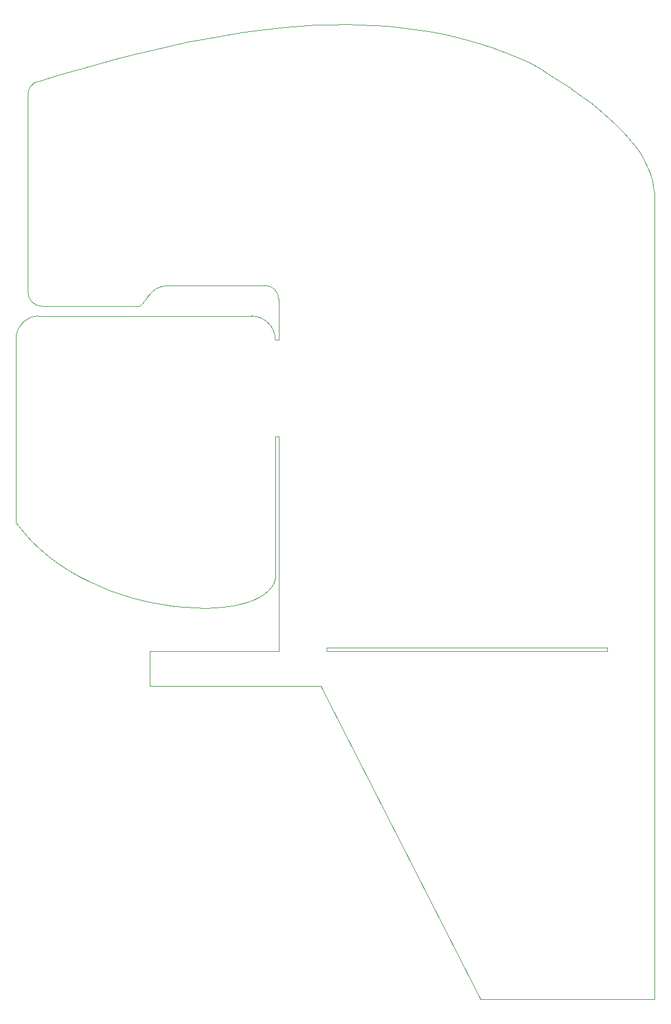
<source format=gbr>
%TF.GenerationSoftware,KiCad,Pcbnew,5.1.8*%
%TF.CreationDate,2020-12-03T05:05:08-06:00*%
%TF.ProjectId,fistion,66697374-696f-46e2-9e6b-696361645f70,rev?*%
%TF.SameCoordinates,Original*%
%TF.FileFunction,Profile,NP*%
%FSLAX46Y46*%
G04 Gerber Fmt 4.6, Leading zero omitted, Abs format (unit mm)*
G04 Created by KiCad (PCBNEW 5.1.8) date 2020-12-03 05:05:08*
%MOMM*%
%LPD*%
G01*
G04 APERTURE LIST*
%TA.AperFunction,Profile*%
%ADD10C,0.050000*%
%TD*%
G04 APERTURE END LIST*
D10*
X105500000Y-99700000D02*
X105484674Y-100415844D01*
X105484674Y-100415844D02*
X105312939Y-101081445D01*
X105312939Y-101081445D02*
X104993035Y-101695776D01*
X104993035Y-101695776D02*
X104533203Y-102257812D01*
X104533203Y-102257812D02*
X103941680Y-102766528D01*
X103941680Y-102766528D02*
X103226708Y-103220898D01*
X103226708Y-103220898D02*
X102396527Y-103619897D01*
X102396527Y-103619897D02*
X101459375Y-103962500D01*
X101459375Y-103962500D02*
X100423492Y-104247680D01*
X100423492Y-104247680D02*
X99297119Y-104474414D01*
X99297119Y-104474414D02*
X98088494Y-104641674D01*
X98088494Y-104641674D02*
X96805859Y-104748437D01*
X96805859Y-104748437D02*
X95457452Y-104793676D01*
X95457452Y-104793676D02*
X94051513Y-104776367D01*
X94051513Y-104776367D02*
X92596282Y-104695483D01*
X92596282Y-104695483D02*
X91100000Y-104550000D01*
X91100000Y-104550000D02*
X89570904Y-104338891D01*
X89570904Y-104338891D02*
X88017236Y-104061132D01*
X88017236Y-104061132D02*
X86447235Y-103715698D01*
X86447235Y-103715698D02*
X84869140Y-103301562D01*
X84869140Y-103301562D02*
X83291192Y-102817700D01*
X83291192Y-102817700D02*
X81721630Y-102263085D01*
X81721630Y-102263085D02*
X80168695Y-101636694D01*
X80168695Y-101636694D02*
X78640625Y-100937500D01*
X78640625Y-100937500D02*
X77145660Y-100164477D01*
X77145660Y-100164477D02*
X75692041Y-99316601D01*
X75692041Y-99316601D02*
X74288006Y-98392846D01*
X74288006Y-98392846D02*
X72941796Y-97392187D01*
X72941796Y-97392187D02*
X71661651Y-96313598D01*
X71661651Y-96313598D02*
X70455810Y-95156054D01*
X70455810Y-95156054D02*
X69332513Y-93918530D01*
X69332513Y-93918530D02*
X68300000Y-92600000D01*
X68300000Y-66100000D02*
G75*
G02*
X71500000Y-62900000I3200000J0D01*
G01*
X112900000Y-111000000D02*
X112900000Y-110500000D01*
X153200000Y-111000000D02*
X153200000Y-110500000D01*
X105500000Y-66300000D02*
X106000000Y-66300000D01*
X68300000Y-66100000D02*
X68300000Y-92600000D01*
X85700000Y-61500000D02*
X85818206Y-61491394D01*
X85818206Y-61491394D02*
X85929638Y-61466308D01*
X85929638Y-61466308D02*
X86035137Y-61425842D01*
X86035137Y-61425842D02*
X86135546Y-61371093D01*
X86135546Y-61371093D02*
X86231707Y-61303161D01*
X86231707Y-61303161D02*
X86324462Y-61223144D01*
X86324462Y-61223144D02*
X86414654Y-61132141D01*
X86414654Y-61132141D02*
X86503125Y-61031250D01*
X86503125Y-61031250D02*
X86590716Y-60921569D01*
X86590716Y-60921569D02*
X86678271Y-60804199D01*
X86678271Y-60804199D02*
X86766632Y-60680236D01*
X86766632Y-60680236D02*
X86856640Y-60550781D01*
X86856640Y-60550781D02*
X86949139Y-60416931D01*
X86949139Y-60416931D02*
X87044970Y-60279785D01*
X87044970Y-60279785D02*
X87144976Y-60140441D01*
X87144976Y-60140441D02*
X87250000Y-60000000D01*
X87250000Y-60000000D02*
X87360882Y-59859558D01*
X87360882Y-59859558D02*
X87478466Y-59720214D01*
X87478466Y-59720214D02*
X87603594Y-59583068D01*
X87603594Y-59583068D02*
X87737109Y-59449218D01*
X87737109Y-59449218D02*
X87879852Y-59319763D01*
X87879852Y-59319763D02*
X88032666Y-59195800D01*
X88032666Y-59195800D02*
X88196392Y-59078430D01*
X88196392Y-59078430D02*
X88371875Y-58968750D01*
X88371875Y-58968750D02*
X88559954Y-58867858D01*
X88559954Y-58867858D02*
X88761474Y-58776855D01*
X88761474Y-58776855D02*
X88977276Y-58696838D01*
X88977276Y-58696838D02*
X89208203Y-58628906D01*
X89208203Y-58628906D02*
X89455096Y-58574157D01*
X89455096Y-58574157D02*
X89718798Y-58533691D01*
X89718798Y-58533691D02*
X90000152Y-58508605D01*
X90000152Y-58508605D02*
X90300000Y-58500000D01*
X160000000Y-46500000D02*
X159994909Y-46091549D01*
X159994909Y-46091549D02*
X159978027Y-45672241D01*
X159978027Y-45672241D02*
X159946936Y-45241763D01*
X159946936Y-45241763D02*
X159899218Y-44799804D01*
X159899218Y-44799804D02*
X159832458Y-44346054D01*
X159832458Y-44346054D02*
X159744238Y-43880200D01*
X159744238Y-43880200D02*
X159632141Y-43401931D01*
X159632141Y-43401931D02*
X159493750Y-42910937D01*
X159493750Y-42910937D02*
X159326647Y-42406906D01*
X159326647Y-42406906D02*
X159128417Y-41889526D01*
X159128417Y-41889526D02*
X158896643Y-41358486D01*
X158896643Y-41358486D02*
X158628906Y-40813476D01*
X158628906Y-40813476D02*
X158322790Y-40254183D01*
X158322790Y-40254183D02*
X157975878Y-39680297D01*
X157975878Y-39680297D02*
X157585754Y-39091506D01*
X157585754Y-39091506D02*
X157150000Y-38487500D01*
X157150000Y-38487500D02*
X156666198Y-37867965D01*
X156666198Y-37867965D02*
X156131933Y-37232592D01*
X156131933Y-37232592D02*
X155544787Y-36581069D01*
X155544787Y-36581069D02*
X154902343Y-35913085D01*
X154902343Y-35913085D02*
X154202185Y-35228329D01*
X154202185Y-35228329D02*
X153441894Y-34526489D01*
X153441894Y-34526489D02*
X152619055Y-33807254D01*
X152619055Y-33807254D02*
X151731250Y-33070312D01*
X151731250Y-33070312D02*
X150776062Y-32315353D01*
X150776062Y-32315353D02*
X149751074Y-31542065D01*
X149751074Y-31542065D02*
X148653869Y-30750137D01*
X148653869Y-30750137D02*
X147482031Y-29939257D01*
X147482031Y-29939257D02*
X146233142Y-29109115D01*
X146233142Y-29109115D02*
X144904785Y-28259399D01*
X144904785Y-28259399D02*
X143494543Y-27389797D01*
X143494543Y-27389797D02*
X142000000Y-26500000D01*
X71464688Y-29200000D02*
X74327481Y-28332583D01*
X74327481Y-28332583D02*
X77135088Y-27511840D01*
X77135088Y-27511840D02*
X79888777Y-26738156D01*
X79888777Y-26738156D02*
X82589820Y-26011914D01*
X82589820Y-26011914D02*
X85239485Y-25333499D01*
X85239485Y-25333499D02*
X87839042Y-24703295D01*
X87839042Y-24703295D02*
X90389762Y-24121688D01*
X90389762Y-24121688D02*
X92892915Y-23589062D01*
X92892915Y-23589062D02*
X95349769Y-23105801D01*
X95349769Y-23105801D02*
X97761596Y-22672290D01*
X97761596Y-22672290D02*
X100129665Y-22288912D01*
X100129665Y-22288912D02*
X102455246Y-21956054D01*
X102455246Y-21956054D02*
X104739608Y-21674099D01*
X104739608Y-21674099D02*
X106984022Y-21443432D01*
X106984022Y-21443432D02*
X109189758Y-21264437D01*
X109189758Y-21264437D02*
X111358086Y-21137500D01*
X111358086Y-21137500D02*
X113490274Y-21063003D01*
X113490274Y-21063003D02*
X115587594Y-21041333D01*
X115587594Y-21041333D02*
X117651315Y-21072872D01*
X117651315Y-21072872D02*
X119682708Y-21158007D01*
X119682708Y-21158007D02*
X121683041Y-21297122D01*
X121683041Y-21297122D02*
X123653585Y-21490600D01*
X123653585Y-21490600D02*
X125595610Y-21738827D01*
X125595610Y-21738827D02*
X127510385Y-22042187D01*
X127510385Y-22042187D02*
X129399181Y-22401065D01*
X129399181Y-22401065D02*
X131263268Y-22815844D01*
X131263268Y-22815844D02*
X133103914Y-23286911D01*
X133103914Y-23286911D02*
X134922391Y-23814648D01*
X134922391Y-23814648D02*
X136719969Y-24399441D01*
X136719969Y-24399441D02*
X138497916Y-25041674D01*
X138497916Y-25041674D02*
X140257503Y-25741732D01*
X140257503Y-25741732D02*
X142000000Y-26500000D01*
X106000000Y-66300000D02*
X106000000Y-60500000D01*
X105500000Y-80200000D02*
X106000000Y-80200000D01*
X70000000Y-31100000D02*
G75*
G02*
X71464688Y-29200000I1964688J0D01*
G01*
X105500000Y-66300000D02*
G75*
G03*
X102100000Y-62900000I-3400000J0D01*
G01*
X71500000Y-62900000D02*
X102100000Y-62900000D01*
X104000000Y-58500000D02*
G75*
G02*
X106000000Y-60500000I0J-2000000D01*
G01*
X72000000Y-61500000D02*
G75*
G02*
X70000000Y-59500000I0J2000000D01*
G01*
X87500000Y-111000000D02*
X106000000Y-111000000D01*
X112900000Y-110500000D02*
X153200000Y-110500000D01*
X105500000Y-80200000D02*
X105500000Y-99700000D01*
X112900000Y-111000000D02*
X153200000Y-111000000D01*
X160000000Y-111000000D02*
X160000000Y-161000000D01*
X72000000Y-61500000D02*
X85700000Y-61500000D01*
X70000000Y-31100000D02*
X70000000Y-59500000D01*
X160000000Y-111000000D02*
X160000000Y-46500000D01*
X104000000Y-58500000D02*
X90300000Y-58500000D01*
X106000000Y-111000000D02*
X106000000Y-80200000D01*
X112000000Y-116000000D02*
X135000000Y-161000000D01*
X87500000Y-116000000D02*
X112000000Y-116000000D01*
X87500000Y-111000000D02*
X87500000Y-116000000D01*
X135000000Y-161000000D02*
X160000000Y-161000000D01*
M02*

</source>
